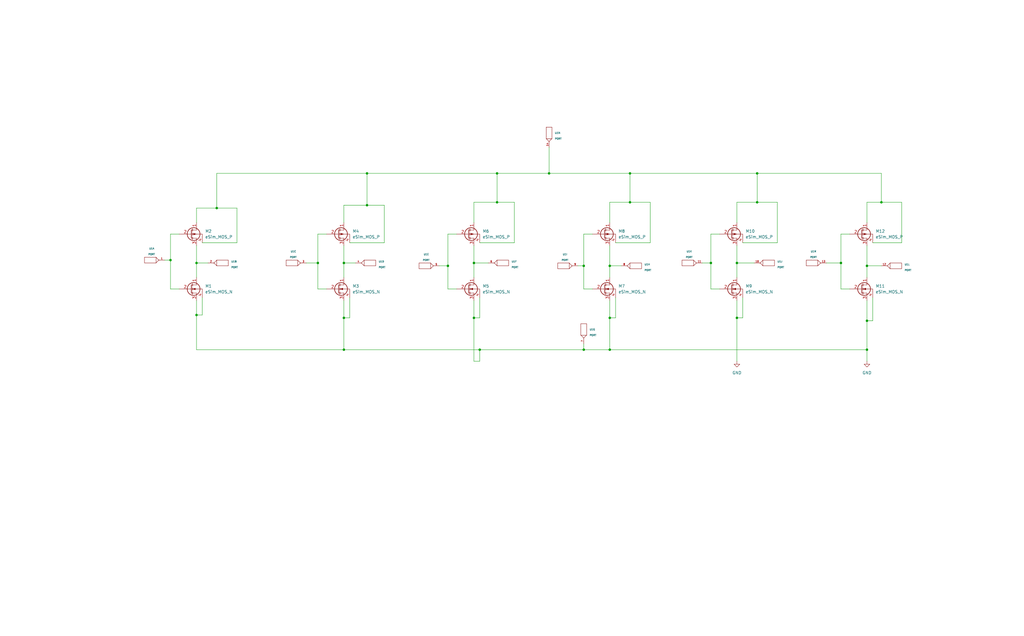
<source format=kicad_sch>
(kicad_sch (version 20211123) (generator eeschema)
  (paper "User" 450.012 279.4)
  (lib_symbols
    (symbol "eSim_Devices:eSim_MOS_N" (pin_names (offset 0) hide)
      (property "Reference" "M" (at 0 -3.81 0))
      (property "Value" "eSim_MOS_N" (at 2.54 -1.27 0))
      (symbol "eSim_MOS_N_0_1"
        (polyline (pts (xy 3.302 -7.366) (xy 3.302 -6.35)) (stroke (width 0.254)))
        (polyline (pts (xy 3.302 -6.858) (xy 5.08 -6.858)))
        (polyline (pts (xy 3.302 -5.588) (xy 3.302 -4.572)) (stroke (width 0.254)))
        (polyline (pts (xy 3.302 -5.08) (xy 5.08 -5.08)))
        (polyline (pts (xy 3.302 -3.81) (xy 3.302 -2.794)) (stroke (width 0.254)))
        (polyline (pts (xy 3.302 -3.302) (xy 5.08 -3.302)))
        (polyline (pts (xy 5.08 -7.62) (xy 5.08 -6.858)))
        (polyline (pts (xy 5.08 -3.302) (xy 5.08 -2.54)))
        (polyline (pts (xy 2.794 -6.985) (xy 2.794 -3.175) (xy 2.794 -3.175)) (stroke (width 0.254)))
        (polyline (pts (xy 5.08 -5.08) (xy 7.62 -5.08) (xy 7.62 -6.35)))
        (polyline (pts (xy 3.556 -5.08) (xy 4.572 -5.461) (xy 4.572 -4.699) (xy 3.556 -5.08)) (fill (type outline)))
        (circle (center 3.81 -5.08) (radius 2.8194) (stroke (width 0.254)))
      )
      (symbol "eSim_MOS_N_1_1"
        (pin passive line (at 5.08 0 270) (length 2.54) (name "D") (number "1"))
        (pin passive line (at -2.54 -5.08 0) (length 5.334) (name "G") (number "2"))
        (pin passive line (at 5.08 -10.16 90) (length 2.54) (name "S") (number "3"))
        (pin passive line (at 7.62 -8.89 90) (length 2.4892) (name "B") (number "4"))
      )
    )
    (symbol "eSim_Devices:eSim_MOS_P" (pin_names (offset 0) hide)
      (property "Reference" "M" (at -1.27 1.27 0))
      (property "Value" "eSim_MOS_P" (at 1.27 3.81 0))
      (symbol "eSim_MOS_P_0_1"
        (polyline (pts (xy 2.032 -1.778) (xy 3.81 -1.778)))
        (polyline (pts (xy 2.032 -1.27) (xy 2.032 -2.286)) (stroke (width 0.254)))
        (polyline (pts (xy 2.032 0) (xy 3.81 0)))
        (polyline (pts (xy 2.032 0.508) (xy 2.032 -0.508)) (stroke (width 0.254)))
        (polyline (pts (xy 2.032 1.778) (xy 3.81 1.778)))
        (polyline (pts (xy 2.032 2.286) (xy 2.032 1.27)) (stroke (width 0.254)))
        (polyline (pts (xy 3.81 -1.778) (xy 3.81 -2.54)))
        (polyline (pts (xy 3.81 2.54) (xy 3.81 1.778)))
        (polyline (pts (xy 1.524 1.905) (xy 1.524 -1.905) (xy 1.524 -1.905)) (stroke (width 0.254)))
        (polyline (pts (xy 3.81 0) (xy 6.35 0) (xy 6.35 -1.27)))
        (polyline (pts (xy 3.556 0) (xy 2.54 -0.381) (xy 2.54 0.381) (xy 3.556 0)) (fill (type outline)))
        (circle (center 2.54 0) (radius 2.8194) (stroke (width 0.254)))
      )
      (symbol "eSim_MOS_P_1_1"
        (pin passive line (at 3.81 5.08 270) (length 2.54) (name "D") (number "1"))
        (pin passive line (at -3.81 0 0) (length 5.334) (name "G") (number "2"))
        (pin passive line (at 3.81 -5.08 90) (length 2.54) (name "S") (number "3"))
        (pin passive line (at 6.35 -3.81 90) (length 2.54) (name "B") (number "4"))
      )
    )
    (symbol "eSim_Miscellaneous:PORT" (pin_names (offset 1.016))
      (property "Reference" "U" (at 1.27 2.54 0))
      (property "Value" "PORT" (at 0 0 0))
      (symbol "PORT_0_1"
        (rectangle (start -2.54 1.27) (end 2.54 -1.27))
        (arc (start 2.54 1.27) (mid 3.1355 0.5955) (end 3.81 0))
        (arc (start 3.81 0) (mid 3.1447 -0.6046) (end 2.54 -1.27))
      )
      (symbol "PORT_1_1"
        (pin bidirectional line (at 6.35 0 180) (length 2.54) (name "~") (number "1"))
      )
      (symbol "PORT_2_1"
        (pin bidirectional line (at 6.35 0 180) (length 2.54) (name "~") (number "2"))
      )
      (symbol "PORT_3_1"
        (pin bidirectional line (at 6.35 0 180) (length 2.54) (name "~") (number "3"))
      )
      (symbol "PORT_4_1"
        (pin bidirectional line (at 6.35 0 180) (length 2.54) (name "~") (number "4"))
      )
      (symbol "PORT_5_1"
        (pin bidirectional line (at 6.35 0 180) (length 2.54) (name "~") (number "5"))
      )
      (symbol "PORT_6_1"
        (pin bidirectional line (at 6.35 0 180) (length 2.54) (name "~") (number "6"))
      )
      (symbol "PORT_7_1"
        (pin bidirectional line (at 6.35 0 180) (length 2.54) (name "~") (number "7"))
      )
      (symbol "PORT_8_1"
        (pin bidirectional line (at 6.35 0 180) (length 2.54) (name "~") (number "8"))
      )
      (symbol "PORT_9_1"
        (pin bidirectional line (at 6.35 0 180) (length 2.54) (name "~") (number "9"))
      )
      (symbol "PORT_10_1"
        (pin bidirectional line (at 6.35 0 180) (length 2.54) (name "~") (number "10"))
      )
      (symbol "PORT_11_1"
        (pin bidirectional line (at 6.35 0 180) (length 2.54) (name "~") (number "11"))
      )
      (symbol "PORT_12_1"
        (pin bidirectional line (at 6.35 0 180) (length 2.54) (name "~") (number "12"))
      )
      (symbol "PORT_13_1"
        (pin bidirectional line (at 6.35 0 180) (length 2.54) (name "~") (number "13"))
      )
      (symbol "PORT_14_1"
        (pin bidirectional line (at 6.35 0 180) (length 2.54) (name "~") (number "14"))
      )
      (symbol "PORT_15_1"
        (pin bidirectional line (at 6.35 0 180) (length 2.54) (name "~") (number "15"))
      )
      (symbol "PORT_16_1"
        (pin bidirectional line (at 6.35 0 180) (length 2.54) (name "~") (number "16"))
      )
      (symbol "PORT_17_1"
        (pin bidirectional line (at 6.35 0 180) (length 2.54) (name "~") (number "17"))
      )
      (symbol "PORT_18_1"
        (pin bidirectional line (at 6.35 0 180) (length 2.54) (name "~") (number "18"))
      )
      (symbol "PORT_19_1"
        (pin bidirectional line (at 6.35 0 180) (length 2.54) (name "~") (number "19"))
      )
      (symbol "PORT_20_1"
        (pin bidirectional line (at 6.35 0 180) (length 2.54) (name "~") (number "20"))
      )
      (symbol "PORT_21_1"
        (pin bidirectional line (at 6.35 0 180) (length 2.54) (name "~") (number "21"))
      )
      (symbol "PORT_22_1"
        (pin bidirectional line (at 6.35 0 180) (length 2.54) (name "~") (number "22"))
      )
      (symbol "PORT_23_1"
        (pin bidirectional line (at 6.35 0 180) (length 2.54) (name "~") (number "23"))
      )
      (symbol "PORT_24_1"
        (pin bidirectional line (at 6.35 0 180) (length 2.54) (name "~") (number "24"))
      )
      (symbol "PORT_25_1"
        (pin bidirectional line (at 6.35 0 180) (length 2.54) (name "~") (number "25"))
      )
      (symbol "PORT_26_1"
        (pin bidirectional line (at 6.35 0 180) (length 2.54) (name "~") (number "26"))
      )
    )
    (symbol "eSim_Power:eSim_GND" (power) (pin_names (offset 0))
      (property "Value" "eSim_GND" (at 0 -3.81 0))
      (symbol "eSim_GND_0_1"
        (polyline (pts (xy 0 0) (xy 0 -1.27) (xy 1.27 -1.27) (xy 0 -2.54) (xy -1.27 -1.27) (xy 0 -1.27)))
      )
      (symbol "eSim_GND_1_1"
        (pin power_in line (at 0 0 270) (length 0) hide (name "GND") (number "1"))
      )
    )
  )
  (junction (at 276.86 88.9))
  (junction (at 381 116.84))
  (junction (at 218.44 88.9))
  (junction (at 218.44 76.2))
  (junction (at 276.86 76.2))
  (junction (at 210.82 153.67))
  (junction (at 332.74 76.2))
  (junction (at 208.28 115.57))
  (junction (at 323.85 139.7))
  (junction (at 74.93 114.3))
  (junction (at 86.36 115.57))
  (junction (at 381 153.67))
  (junction (at 381 140.97))
  (junction (at 312.42 115.57))
  (junction (at 387.35 88.9))
  (junction (at 151.13 115.57))
  (junction (at 86.36 138.43))
  (junction (at 139.7 115.57))
  (junction (at 267.97 139.7))
  (junction (at 256.54 116.84))
  (junction (at 267.97 153.67))
  (junction (at 267.97 116.84))
  (junction (at 151.13 153.67))
  (junction (at 332.74 88.9))
  (junction (at 241.3 76.2))
  (junction (at 161.29 90.17))
  (junction (at 369.57 115.57))
  (junction (at 95.25 91.44))
  (junction (at 196.85 116.84))
  (junction (at 151.13 139.7))
  (junction (at 161.29 76.2))
  (junction (at 256.54 153.67))
  (junction (at 208.28 139.7))
  (junction (at 323.85 115.57))
  (wire (pts (xy 153.67 130.81) (xy 153.67 139.7)))
  (wire (pts (xy 267.97 139.7) (xy 267.97 153.67)))
  (wire (pts (xy 208.28 107.95) (xy 208.28 115.57)))
  (wire (pts (xy 151.13 115.57) (xy 156.21 115.57)))
  (wire (pts (xy 308.61 115.57) (xy 312.42 115.57)))
  (wire (pts (xy 95.25 76.2) (xy 95.25 91.44)))
  (wire (pts (xy 86.36 138.43) (xy 86.36 153.67)))
  (wire (pts (xy 267.97 116.84) (xy 273.05 116.84)))
  (wire (pts (xy 267.97 153.67) (xy 381 153.67)))
  (wire (pts (xy 210.82 130.81) (xy 210.82 139.7)))
  (wire (pts (xy 326.39 139.7) (xy 323.85 139.7)))
  (wire (pts (xy 74.93 102.87) (xy 74.93 114.3)))
  (wire (pts (xy 267.97 116.84) (xy 267.97 121.92)))
  (wire (pts (xy 270.51 139.7) (xy 267.97 139.7)))
  (wire (pts (xy 276.86 76.2) (xy 332.74 76.2)))
  (wire (pts (xy 139.7 127) (xy 143.51 127)))
  (wire (pts (xy 396.24 88.9) (xy 396.24 106.68)))
  (wire (pts (xy 381 97.79) (xy 381 88.9)))
  (wire (pts (xy 270.51 106.68) (xy 285.75 106.68)))
  (wire (pts (xy 267.97 107.95) (xy 267.97 116.84)))
  (wire (pts (xy 208.28 139.7) (xy 208.28 158.75)))
  (wire (pts (xy 323.85 88.9) (xy 332.74 88.9)))
  (wire (pts (xy 72.39 114.3) (xy 74.93 114.3)))
  (wire (pts (xy 267.97 132.08) (xy 267.97 139.7)))
  (wire (pts (xy 74.93 114.3) (xy 74.93 127)))
  (wire (pts (xy 256.54 102.87) (xy 256.54 116.84)))
  (wire (pts (xy 256.54 127) (xy 260.35 127)))
  (wire (pts (xy 161.29 76.2) (xy 161.29 90.17)))
  (wire (pts (xy 196.85 102.87) (xy 196.85 116.84)))
  (wire (pts (xy 210.82 158.75) (xy 210.82 153.67)))
  (wire (pts (xy 208.28 115.57) (xy 214.63 115.57)))
  (wire (pts (xy 95.25 76.2) (xy 161.29 76.2)))
  (wire (pts (xy 387.35 76.2) (xy 387.35 88.9)))
  (wire (pts (xy 226.06 88.9) (xy 226.06 106.68)))
  (wire (pts (xy 86.36 107.95) (xy 86.36 115.57)))
  (wire (pts (xy 88.9 138.43) (xy 86.36 138.43)))
  (wire (pts (xy 312.42 102.87) (xy 312.42 115.57)))
  (wire (pts (xy 323.85 115.57) (xy 323.85 121.92)))
  (wire (pts (xy 312.42 115.57) (xy 312.42 127)))
  (wire (pts (xy 200.66 102.87) (xy 196.85 102.87)))
  (wire (pts (xy 241.3 64.77) (xy 241.3 76.2)))
  (wire (pts (xy 139.7 102.87) (xy 139.7 115.57)))
  (wire (pts (xy 208.28 115.57) (xy 208.28 121.92)))
  (wire (pts (xy 104.14 91.44) (xy 104.14 106.68)))
  (wire (pts (xy 381 88.9) (xy 387.35 88.9)))
  (wire (pts (xy 323.85 107.95) (xy 323.85 115.57)))
  (wire (pts (xy 86.36 97.79) (xy 86.36 91.44)))
  (wire (pts (xy 151.13 97.79) (xy 151.13 90.17)))
  (wire (pts (xy 381 116.84) (xy 387.35 116.84)))
  (wire (pts (xy 341.63 88.9) (xy 332.74 88.9)))
  (wire (pts (xy 151.13 139.7) (xy 153.67 139.7)))
  (wire (pts (xy 196.85 116.84) (xy 196.85 127)))
  (wire (pts (xy 260.35 102.87) (xy 256.54 102.87)))
  (wire (pts (xy 210.82 139.7) (xy 208.28 139.7)))
  (wire (pts (xy 151.13 115.57) (xy 151.13 121.92)))
  (wire (pts (xy 323.85 139.7) (xy 323.85 158.75)))
  (wire (pts (xy 74.93 127) (xy 78.74 127)))
  (wire (pts (xy 326.39 106.68) (xy 341.63 106.68)))
  (wire (pts (xy 168.91 90.17) (xy 161.29 90.17)))
  (wire (pts (xy 139.7 115.57) (xy 139.7 127)))
  (wire (pts (xy 381 132.08) (xy 381 140.97)))
  (wire (pts (xy 326.39 130.81) (xy 326.39 139.7)))
  (wire (pts (xy 208.28 97.79) (xy 208.28 88.9)))
  (wire (pts (xy 86.36 115.57) (xy 86.36 121.92)))
  (wire (pts (xy 381 116.84) (xy 381 121.92)))
  (wire (pts (xy 341.63 88.9) (xy 341.63 106.68)))
  (wire (pts (xy 210.82 153.67) (xy 256.54 153.67)))
  (wire (pts (xy 256.54 153.67) (xy 267.97 153.67)))
  (wire (pts (xy 383.54 140.97) (xy 381 140.97)))
  (wire (pts (xy 369.57 102.87) (xy 369.57 115.57)))
  (wire (pts (xy 143.51 102.87) (xy 139.7 102.87)))
  (wire (pts (xy 396.24 88.9) (xy 387.35 88.9)))
  (wire (pts (xy 86.36 115.57) (xy 91.44 115.57)))
  (wire (pts (xy 241.3 76.2) (xy 276.86 76.2)))
  (wire (pts (xy 276.86 76.2) (xy 276.86 88.9)))
  (wire (pts (xy 323.85 132.08) (xy 323.85 139.7)))
  (wire (pts (xy 88.9 130.81) (xy 88.9 138.43)))
  (wire (pts (xy 196.85 127) (xy 200.66 127)))
  (wire (pts (xy 168.91 90.17) (xy 168.91 106.68)))
  (wire (pts (xy 78.74 102.87) (xy 74.93 102.87)))
  (wire (pts (xy 104.14 91.44) (xy 95.25 91.44)))
  (wire (pts (xy 86.36 153.67) (xy 151.13 153.67)))
  (wire (pts (xy 218.44 76.2) (xy 218.44 88.9)))
  (wire (pts (xy 151.13 90.17) (xy 161.29 90.17)))
  (wire (pts (xy 208.28 88.9) (xy 218.44 88.9)))
  (wire (pts (xy 381 153.67) (xy 381 158.75)))
  (wire (pts (xy 316.23 102.87) (xy 312.42 102.87)))
  (wire (pts (xy 151.13 132.08) (xy 151.13 139.7)))
  (wire (pts (xy 267.97 88.9) (xy 276.86 88.9)))
  (wire (pts (xy 86.36 91.44) (xy 95.25 91.44)))
  (wire (pts (xy 285.75 88.9) (xy 285.75 106.68)))
  (wire (pts (xy 151.13 107.95) (xy 151.13 115.57)))
  (wire (pts (xy 323.85 97.79) (xy 323.85 88.9)))
  (wire (pts (xy 86.36 132.08) (xy 86.36 138.43)))
  (wire (pts (xy 210.82 106.68) (xy 226.06 106.68)))
  (wire (pts (xy 208.28 158.75) (xy 210.82 158.75)))
  (wire (pts (xy 88.9 106.68) (xy 104.14 106.68)))
  (wire (pts (xy 267.97 97.79) (xy 267.97 88.9)))
  (wire (pts (xy 161.29 76.2) (xy 218.44 76.2)))
  (wire (pts (xy 226.06 88.9) (xy 218.44 88.9)))
  (wire (pts (xy 373.38 102.87) (xy 369.57 102.87)))
  (wire (pts (xy 323.85 115.57) (xy 331.47 115.57)))
  (wire (pts (xy 383.54 106.68) (xy 396.24 106.68)))
  (wire (pts (xy 332.74 76.2) (xy 332.74 88.9)))
  (wire (pts (xy 381 107.95) (xy 381 116.84)))
  (wire (pts (xy 134.62 115.57) (xy 139.7 115.57)))
  (wire (pts (xy 256.54 116.84) (xy 256.54 127)))
  (wire (pts (xy 369.57 127) (xy 373.38 127)))
  (wire (pts (xy 151.13 139.7) (xy 151.13 153.67)))
  (wire (pts (xy 208.28 132.08) (xy 208.28 139.7)))
  (wire (pts (xy 151.13 153.67) (xy 210.82 153.67)))
  (wire (pts (xy 381 140.97) (xy 381 153.67)))
  (wire (pts (xy 256.54 151.13) (xy 256.54 153.67)))
  (wire (pts (xy 383.54 130.81) (xy 383.54 140.97)))
  (wire (pts (xy 153.67 106.68) (xy 168.91 106.68)))
  (wire (pts (xy 193.04 116.84) (xy 196.85 116.84)))
  (wire (pts (xy 218.44 76.2) (xy 241.3 76.2)))
  (wire (pts (xy 332.74 76.2) (xy 387.35 76.2)))
  (wire (pts (xy 363.22 115.57) (xy 369.57 115.57)))
  (wire (pts (xy 285.75 88.9) (xy 276.86 88.9)))
  (wire (pts (xy 270.51 130.81) (xy 270.51 139.7)))
  (wire (pts (xy 312.42 127) (xy 316.23 127)))
  (wire (pts (xy 369.57 115.57) (xy 369.57 127)))
  (wire (pts (xy 254 116.84) (xy 256.54 116.84)))
  (symbol (lib_id "eSim_Power:eSim_GND") (at 381 158.75 0) (unit 1)
    (property "Reference" "#PWR06" (effects hide))
    (property "Value" "eSim_GND" (at 381 163.83 0))
  )
  (symbol (lib_id "eSim_Miscellaneous:PORT") (at 302.26 115.57 0) (unit 11)
    (property "Reference" "U1" (at 302.895 110.49 0) (effects (font (size 0.762 0.762))))
    (property "Value" "PORT" (at 302.895 113.03 0) (effects (font (size 0.762 0.762))))
  )
  (symbol (lib_id "eSim_Devices:eSim_MOS_N") (at 81.28 121.92 0) (unit 1)
    (property "Reference" "M1" (at 90.17 125.7299 0) (effects (justify left)))
    (property "Value" "eSim_MOS_N" (at 90.17 128.2699 0) (effects (justify left)))
  )
  (symbol (lib_id "eSim_Miscellaneous:PORT") (at 393.7 116.84 180) (unit 12)
    (property "Reference" "U1" (at 397.51 116.205 0) (effects (font (size 0.762 0.762)) (justify right)))
    (property "Value" "PORT" (at 397.51 118.745 0) (effects (font (size 0.762 0.762)) (justify right)))
  )
  (symbol (lib_id "eSim_Devices:eSim_MOS_P") (at 377.19 102.87 0) (unit 1)
    (property "Reference" "M12" (at 384.81 101.5999 0) (effects (justify left)))
    (property "Value" "eSim_MOS_P" (at 384.81 104.1399 0) (effects (justify left)))
  )
  (symbol (lib_id "eSim_Devices:eSim_MOS_P") (at 264.16 102.87 0) (unit 1)
    (property "Reference" "M8" (at 271.78 101.5999 0) (effects (justify left)))
    (property "Value" "eSim_MOS_P" (at 271.78 104.1399 0) (effects (justify left)))
  )
  (symbol (lib_id "eSim_Devices:eSim_MOS_N") (at 262.89 121.92 0) (unit 1)
    (property "Reference" "M7" (at 271.78 125.7299 0) (effects (justify left)))
    (property "Value" "eSim_MOS_N" (at 271.78 128.2699 0) (effects (justify left)))
  )
  (symbol (lib_id "eSim_Devices:eSim_MOS_N") (at 203.2 121.92 0) (unit 1)
    (property "Reference" "M5" (at 212.09 125.7299 0) (effects (justify left)))
    (property "Value" "eSim_MOS_N" (at 212.09 128.2699 0) (effects (justify left)))
  )
  (symbol (lib_id "eSim_Miscellaneous:PORT") (at 279.4 116.84 180) (unit 8)
    (property "Reference" "U1" (at 283.21 116.205 0) (effects (font (size 0.762 0.762)) (justify right)))
    (property "Value" "PORT" (at 283.21 118.745 0) (effects (font (size 0.762 0.762)) (justify right)))
  )
  (symbol (lib_id "eSim_Devices:eSim_MOS_N") (at 375.92 121.92 0) (unit 1)
    (property "Reference" "M11" (at 384.81 125.7299 0) (effects (justify left)))
    (property "Value" "eSim_MOS_N" (at 384.81 128.2699 0) (effects (justify left)))
  )
  (symbol (lib_id "eSim_Devices:eSim_MOS_P") (at 204.47 102.87 0) (unit 1)
    (property "Reference" "M6" (at 212.09 101.5999 0) (effects (justify left)))
    (property "Value" "eSim_MOS_P" (at 212.09 104.1399 0) (effects (justify left)))
  )
  (symbol (lib_id "eSim_Miscellaneous:PORT") (at 97.79 115.57 180) (unit 2)
    (property "Reference" "U1" (at 101.6 114.935 0) (effects (font (size 0.762 0.762)) (justify right)))
    (property "Value" "PORT" (at 101.6 117.475 0) (effects (font (size 0.762 0.762)) (justify right)))
  )
  (symbol (lib_id "eSim_Miscellaneous:PORT") (at 220.98 115.57 180) (unit 6)
    (property "Reference" "U1" (at 224.79 114.935 0) (effects (font (size 0.762 0.762)) (justify right)))
    (property "Value" "PORT" (at 224.79 117.475 0) (effects (font (size 0.762 0.762)) (justify right)))
  )
  (symbol (lib_id "eSim_Devices:eSim_MOS_P") (at 82.55 102.87 0) (unit 1)
    (property "Reference" "M2" (at 90.17 101.5999 0) (effects (justify left)))
    (property "Value" "eSim_MOS_P" (at 90.17 104.1399 0) (effects (justify left)))
  )
  (symbol (lib_id "eSim_Miscellaneous:PORT") (at 356.87 115.57 0) (unit 13)
    (property "Reference" "U1" (at 357.505 110.49 0) (effects (font (size 0.762 0.762))))
    (property "Value" "PORT" (at 357.505 113.03 0) (effects (font (size 0.762 0.762))))
  )
  (symbol (lib_id "eSim_Devices:eSim_MOS_P") (at 147.32 102.87 0) (unit 1)
    (property "Reference" "M4" (at 154.94 101.5999 0) (effects (justify left)))
    (property "Value" "eSim_MOS_P" (at 154.94 104.1399 0) (effects (justify left)))
  )
  (symbol (lib_id "eSim_Devices:eSim_MOS_N") (at 146.05 121.92 0) (unit 1)
    (property "Reference" "M3" (at 154.94 125.7299 0) (effects (justify left)))
    (property "Value" "eSim_MOS_N" (at 154.94 128.2699 0) (effects (justify left)))
  )
  (symbol (lib_id "eSim_Miscellaneous:PORT") (at 241.3 58.42 270) (unit 14)
    (property "Reference" "U1" (at 243.84 58.42 90) (effects (font (size 0.762 0.762)) (justify left)))
    (property "Value" "PORT" (at 243.84 60.96 90) (effects (font (size 0.762 0.762)) (justify left)))
  )
  (symbol (lib_id "eSim_Miscellaneous:PORT") (at 337.82 115.57 180) (unit 10)
    (property "Reference" "U1" (at 341.63 114.935 0) (effects (font (size 0.762 0.762)) (justify right)))
    (property "Value" "PORT" (at 341.63 117.475 0) (effects (font (size 0.762 0.762)) (justify right)))
  )
  (symbol (lib_id "eSim_Miscellaneous:PORT") (at 186.69 116.84 0) (unit 5)
    (property "Reference" "U1" (at 187.325 111.76 0) (effects (font (size 0.762 0.762))))
    (property "Value" "PORT" (at 187.325 114.3 0) (effects (font (size 0.762 0.762))))
  )
  (symbol (lib_id "eSim_Power:eSim_GND") (at 323.85 158.75 0) (unit 1)
    (property "Reference" "#PWR05" (effects hide))
    (property "Value" "eSim_GND" (at 323.85 163.83 0))
  )
  (symbol (lib_id "eSim_Miscellaneous:PORT") (at 128.27 115.57 0) (unit 3)
    (property "Reference" "U1" (at 128.905 110.49 0) (effects (font (size 0.762 0.762))))
    (property "Value" "PORT" (at 128.905 113.03 0) (effects (font (size 0.762 0.762))))
  )
  (symbol (lib_id "eSim_Miscellaneous:PORT") (at 162.56 115.57 180) (unit 4)
    (property "Reference" "U1" (at 166.37 114.935 0) (effects (font (size 0.762 0.762)) (justify right)))
    (property "Value" "PORT" (at 166.37 117.475 0) (effects (font (size 0.762 0.762)) (justify right)))
  )
  (symbol (lib_id "eSim_Miscellaneous:PORT") (at 247.65 116.84 0) (unit 9)
    (property "Reference" "U1" (at 248.285 111.76 0) (effects (font (size 0.762 0.762))))
    (property "Value" "PORT" (at 248.285 114.3 0) (effects (font (size 0.762 0.762))))
  )
  (symbol (lib_id "eSim_Miscellaneous:PORT") (at 66.04 114.3 0) (unit 1)
    (property "Reference" "U1" (at 66.675 109.22 0) (effects (font (size 0.762 0.762))))
    (property "Value" "PORT" (at 66.675 111.76 0) (effects (font (size 0.762 0.762))))
  )
  (symbol (lib_id "eSim_Miscellaneous:PORT") (at 256.54 144.78 270) (unit 7)
    (property "Reference" "U1" (at 259.08 144.78 90) (effects (font (size 0.762 0.762)) (justify left)))
    (property "Value" "PORT" (at 259.08 147.32 90) (effects (font (size 0.762 0.762)) (justify left)))
  )
  (symbol (lib_id "eSim_Devices:eSim_MOS_P") (at 320.04 102.87 0) (unit 1)
    (property "Reference" "M10" (at 327.66 101.5999 0) (effects (justify left)))
    (property "Value" "eSim_MOS_P" (at 327.66 104.1399 0) (effects (justify left)))
  )
  (symbol (lib_id "eSim_Devices:eSim_MOS_N") (at 318.77 121.92 0) (unit 1)
    (property "Reference" "M9" (at 327.66 125.7299 0) (effects (justify left)))
    (property "Value" "eSim_MOS_N" (at 327.66 128.2699 0) (effects (justify left)))
  )
)
</source>
